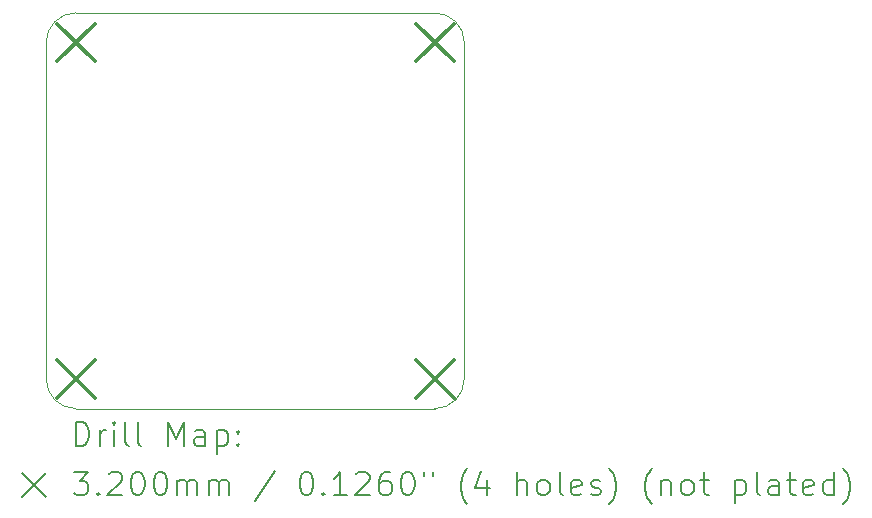
<source format=gbr>
%TF.GenerationSoftware,KiCad,Pcbnew,6.0.11+dfsg-1~bpo11+1*%
%TF.CreationDate,2023-03-04T12:32:12-08:00*%
%TF.ProjectId,sx1280_breakout,73783132-3830-45f6-9272-65616b6f7574,rev?*%
%TF.SameCoordinates,Original*%
%TF.FileFunction,Drillmap*%
%TF.FilePolarity,Positive*%
%FSLAX45Y45*%
G04 Gerber Fmt 4.5, Leading zero omitted, Abs format (unit mm)*
G04 Created by KiCad (PCBNEW 6.0.11+dfsg-1~bpo11+1) date 2023-03-04 12:32:12*
%MOMM*%
%LPD*%
G01*
G04 APERTURE LIST*
%ADD10C,0.100000*%
%ADD11C,0.200000*%
%ADD12C,0.320000*%
G04 APERTURE END LIST*
D10*
X12200000Y-12000000D02*
G75*
G03*
X12450000Y-12250000I250000J0D01*
G01*
X15490000Y-12250000D02*
G75*
G03*
X15740000Y-12000000I0J250000D01*
G01*
X15740000Y-9150000D02*
G75*
G03*
X15490000Y-8900000I-250000J0D01*
G01*
X12450000Y-8900000D02*
G75*
G03*
X12200000Y-9150000I0J-250000D01*
G01*
X15740000Y-12000000D02*
X15740000Y-9150000D01*
X12450000Y-12250000D02*
X15490000Y-12250000D01*
X12450000Y-8900000D02*
X15490000Y-8900000D01*
X12200000Y-9150000D02*
X12200000Y-12000000D01*
D11*
D12*
X12290000Y-8990000D02*
X12610000Y-9310000D01*
X12610000Y-8990000D02*
X12290000Y-9310000D01*
X12290000Y-11840000D02*
X12610000Y-12160000D01*
X12610000Y-11840000D02*
X12290000Y-12160000D01*
X15330000Y-8990000D02*
X15650000Y-9310000D01*
X15650000Y-8990000D02*
X15330000Y-9310000D01*
X15330000Y-11840000D02*
X15650000Y-12160000D01*
X15650000Y-11840000D02*
X15330000Y-12160000D01*
D11*
X12452619Y-12565476D02*
X12452619Y-12365476D01*
X12500238Y-12365476D01*
X12528809Y-12375000D01*
X12547857Y-12394048D01*
X12557381Y-12413095D01*
X12566905Y-12451190D01*
X12566905Y-12479762D01*
X12557381Y-12517857D01*
X12547857Y-12536905D01*
X12528809Y-12555952D01*
X12500238Y-12565476D01*
X12452619Y-12565476D01*
X12652619Y-12565476D02*
X12652619Y-12432143D01*
X12652619Y-12470238D02*
X12662143Y-12451190D01*
X12671667Y-12441667D01*
X12690714Y-12432143D01*
X12709762Y-12432143D01*
X12776428Y-12565476D02*
X12776428Y-12432143D01*
X12776428Y-12365476D02*
X12766905Y-12375000D01*
X12776428Y-12384524D01*
X12785952Y-12375000D01*
X12776428Y-12365476D01*
X12776428Y-12384524D01*
X12900238Y-12565476D02*
X12881190Y-12555952D01*
X12871667Y-12536905D01*
X12871667Y-12365476D01*
X13005000Y-12565476D02*
X12985952Y-12555952D01*
X12976428Y-12536905D01*
X12976428Y-12365476D01*
X13233571Y-12565476D02*
X13233571Y-12365476D01*
X13300238Y-12508333D01*
X13366905Y-12365476D01*
X13366905Y-12565476D01*
X13547857Y-12565476D02*
X13547857Y-12460714D01*
X13538333Y-12441667D01*
X13519286Y-12432143D01*
X13481190Y-12432143D01*
X13462143Y-12441667D01*
X13547857Y-12555952D02*
X13528809Y-12565476D01*
X13481190Y-12565476D01*
X13462143Y-12555952D01*
X13452619Y-12536905D01*
X13452619Y-12517857D01*
X13462143Y-12498809D01*
X13481190Y-12489286D01*
X13528809Y-12489286D01*
X13547857Y-12479762D01*
X13643095Y-12432143D02*
X13643095Y-12632143D01*
X13643095Y-12441667D02*
X13662143Y-12432143D01*
X13700238Y-12432143D01*
X13719286Y-12441667D01*
X13728809Y-12451190D01*
X13738333Y-12470238D01*
X13738333Y-12527381D01*
X13728809Y-12546428D01*
X13719286Y-12555952D01*
X13700238Y-12565476D01*
X13662143Y-12565476D01*
X13643095Y-12555952D01*
X13824048Y-12546428D02*
X13833571Y-12555952D01*
X13824048Y-12565476D01*
X13814524Y-12555952D01*
X13824048Y-12546428D01*
X13824048Y-12565476D01*
X13824048Y-12441667D02*
X13833571Y-12451190D01*
X13824048Y-12460714D01*
X13814524Y-12451190D01*
X13824048Y-12441667D01*
X13824048Y-12460714D01*
X11995000Y-12795000D02*
X12195000Y-12995000D01*
X12195000Y-12795000D02*
X11995000Y-12995000D01*
X12433571Y-12785476D02*
X12557381Y-12785476D01*
X12490714Y-12861667D01*
X12519286Y-12861667D01*
X12538333Y-12871190D01*
X12547857Y-12880714D01*
X12557381Y-12899762D01*
X12557381Y-12947381D01*
X12547857Y-12966428D01*
X12538333Y-12975952D01*
X12519286Y-12985476D01*
X12462143Y-12985476D01*
X12443095Y-12975952D01*
X12433571Y-12966428D01*
X12643095Y-12966428D02*
X12652619Y-12975952D01*
X12643095Y-12985476D01*
X12633571Y-12975952D01*
X12643095Y-12966428D01*
X12643095Y-12985476D01*
X12728809Y-12804524D02*
X12738333Y-12795000D01*
X12757381Y-12785476D01*
X12805000Y-12785476D01*
X12824048Y-12795000D01*
X12833571Y-12804524D01*
X12843095Y-12823571D01*
X12843095Y-12842619D01*
X12833571Y-12871190D01*
X12719286Y-12985476D01*
X12843095Y-12985476D01*
X12966905Y-12785476D02*
X12985952Y-12785476D01*
X13005000Y-12795000D01*
X13014524Y-12804524D01*
X13024048Y-12823571D01*
X13033571Y-12861667D01*
X13033571Y-12909286D01*
X13024048Y-12947381D01*
X13014524Y-12966428D01*
X13005000Y-12975952D01*
X12985952Y-12985476D01*
X12966905Y-12985476D01*
X12947857Y-12975952D01*
X12938333Y-12966428D01*
X12928809Y-12947381D01*
X12919286Y-12909286D01*
X12919286Y-12861667D01*
X12928809Y-12823571D01*
X12938333Y-12804524D01*
X12947857Y-12795000D01*
X12966905Y-12785476D01*
X13157381Y-12785476D02*
X13176428Y-12785476D01*
X13195476Y-12795000D01*
X13205000Y-12804524D01*
X13214524Y-12823571D01*
X13224048Y-12861667D01*
X13224048Y-12909286D01*
X13214524Y-12947381D01*
X13205000Y-12966428D01*
X13195476Y-12975952D01*
X13176428Y-12985476D01*
X13157381Y-12985476D01*
X13138333Y-12975952D01*
X13128809Y-12966428D01*
X13119286Y-12947381D01*
X13109762Y-12909286D01*
X13109762Y-12861667D01*
X13119286Y-12823571D01*
X13128809Y-12804524D01*
X13138333Y-12795000D01*
X13157381Y-12785476D01*
X13309762Y-12985476D02*
X13309762Y-12852143D01*
X13309762Y-12871190D02*
X13319286Y-12861667D01*
X13338333Y-12852143D01*
X13366905Y-12852143D01*
X13385952Y-12861667D01*
X13395476Y-12880714D01*
X13395476Y-12985476D01*
X13395476Y-12880714D02*
X13405000Y-12861667D01*
X13424048Y-12852143D01*
X13452619Y-12852143D01*
X13471667Y-12861667D01*
X13481190Y-12880714D01*
X13481190Y-12985476D01*
X13576428Y-12985476D02*
X13576428Y-12852143D01*
X13576428Y-12871190D02*
X13585952Y-12861667D01*
X13605000Y-12852143D01*
X13633571Y-12852143D01*
X13652619Y-12861667D01*
X13662143Y-12880714D01*
X13662143Y-12985476D01*
X13662143Y-12880714D02*
X13671667Y-12861667D01*
X13690714Y-12852143D01*
X13719286Y-12852143D01*
X13738333Y-12861667D01*
X13747857Y-12880714D01*
X13747857Y-12985476D01*
X14138333Y-12775952D02*
X13966905Y-13033095D01*
X14395476Y-12785476D02*
X14414524Y-12785476D01*
X14433571Y-12795000D01*
X14443095Y-12804524D01*
X14452619Y-12823571D01*
X14462143Y-12861667D01*
X14462143Y-12909286D01*
X14452619Y-12947381D01*
X14443095Y-12966428D01*
X14433571Y-12975952D01*
X14414524Y-12985476D01*
X14395476Y-12985476D01*
X14376428Y-12975952D01*
X14366905Y-12966428D01*
X14357381Y-12947381D01*
X14347857Y-12909286D01*
X14347857Y-12861667D01*
X14357381Y-12823571D01*
X14366905Y-12804524D01*
X14376428Y-12795000D01*
X14395476Y-12785476D01*
X14547857Y-12966428D02*
X14557381Y-12975952D01*
X14547857Y-12985476D01*
X14538333Y-12975952D01*
X14547857Y-12966428D01*
X14547857Y-12985476D01*
X14747857Y-12985476D02*
X14633571Y-12985476D01*
X14690714Y-12985476D02*
X14690714Y-12785476D01*
X14671667Y-12814048D01*
X14652619Y-12833095D01*
X14633571Y-12842619D01*
X14824048Y-12804524D02*
X14833571Y-12795000D01*
X14852619Y-12785476D01*
X14900238Y-12785476D01*
X14919286Y-12795000D01*
X14928809Y-12804524D01*
X14938333Y-12823571D01*
X14938333Y-12842619D01*
X14928809Y-12871190D01*
X14814524Y-12985476D01*
X14938333Y-12985476D01*
X15109762Y-12785476D02*
X15071667Y-12785476D01*
X15052619Y-12795000D01*
X15043095Y-12804524D01*
X15024048Y-12833095D01*
X15014524Y-12871190D01*
X15014524Y-12947381D01*
X15024048Y-12966428D01*
X15033571Y-12975952D01*
X15052619Y-12985476D01*
X15090714Y-12985476D01*
X15109762Y-12975952D01*
X15119286Y-12966428D01*
X15128809Y-12947381D01*
X15128809Y-12899762D01*
X15119286Y-12880714D01*
X15109762Y-12871190D01*
X15090714Y-12861667D01*
X15052619Y-12861667D01*
X15033571Y-12871190D01*
X15024048Y-12880714D01*
X15014524Y-12899762D01*
X15252619Y-12785476D02*
X15271667Y-12785476D01*
X15290714Y-12795000D01*
X15300238Y-12804524D01*
X15309762Y-12823571D01*
X15319286Y-12861667D01*
X15319286Y-12909286D01*
X15309762Y-12947381D01*
X15300238Y-12966428D01*
X15290714Y-12975952D01*
X15271667Y-12985476D01*
X15252619Y-12985476D01*
X15233571Y-12975952D01*
X15224048Y-12966428D01*
X15214524Y-12947381D01*
X15205000Y-12909286D01*
X15205000Y-12861667D01*
X15214524Y-12823571D01*
X15224048Y-12804524D01*
X15233571Y-12795000D01*
X15252619Y-12785476D01*
X15395476Y-12785476D02*
X15395476Y-12823571D01*
X15471667Y-12785476D02*
X15471667Y-12823571D01*
X15766905Y-13061667D02*
X15757381Y-13052143D01*
X15738333Y-13023571D01*
X15728809Y-13004524D01*
X15719286Y-12975952D01*
X15709762Y-12928333D01*
X15709762Y-12890238D01*
X15719286Y-12842619D01*
X15728809Y-12814048D01*
X15738333Y-12795000D01*
X15757381Y-12766428D01*
X15766905Y-12756905D01*
X15928809Y-12852143D02*
X15928809Y-12985476D01*
X15881190Y-12775952D02*
X15833571Y-12918809D01*
X15957381Y-12918809D01*
X16185952Y-12985476D02*
X16185952Y-12785476D01*
X16271667Y-12985476D02*
X16271667Y-12880714D01*
X16262143Y-12861667D01*
X16243095Y-12852143D01*
X16214524Y-12852143D01*
X16195476Y-12861667D01*
X16185952Y-12871190D01*
X16395476Y-12985476D02*
X16376428Y-12975952D01*
X16366905Y-12966428D01*
X16357381Y-12947381D01*
X16357381Y-12890238D01*
X16366905Y-12871190D01*
X16376428Y-12861667D01*
X16395476Y-12852143D01*
X16424048Y-12852143D01*
X16443095Y-12861667D01*
X16452619Y-12871190D01*
X16462143Y-12890238D01*
X16462143Y-12947381D01*
X16452619Y-12966428D01*
X16443095Y-12975952D01*
X16424048Y-12985476D01*
X16395476Y-12985476D01*
X16576428Y-12985476D02*
X16557381Y-12975952D01*
X16547857Y-12956905D01*
X16547857Y-12785476D01*
X16728809Y-12975952D02*
X16709762Y-12985476D01*
X16671667Y-12985476D01*
X16652619Y-12975952D01*
X16643095Y-12956905D01*
X16643095Y-12880714D01*
X16652619Y-12861667D01*
X16671667Y-12852143D01*
X16709762Y-12852143D01*
X16728809Y-12861667D01*
X16738333Y-12880714D01*
X16738333Y-12899762D01*
X16643095Y-12918809D01*
X16814524Y-12975952D02*
X16833571Y-12985476D01*
X16871667Y-12985476D01*
X16890714Y-12975952D01*
X16900238Y-12956905D01*
X16900238Y-12947381D01*
X16890714Y-12928333D01*
X16871667Y-12918809D01*
X16843095Y-12918809D01*
X16824048Y-12909286D01*
X16814524Y-12890238D01*
X16814524Y-12880714D01*
X16824048Y-12861667D01*
X16843095Y-12852143D01*
X16871667Y-12852143D01*
X16890714Y-12861667D01*
X16966905Y-13061667D02*
X16976429Y-13052143D01*
X16995476Y-13023571D01*
X17005000Y-13004524D01*
X17014524Y-12975952D01*
X17024048Y-12928333D01*
X17024048Y-12890238D01*
X17014524Y-12842619D01*
X17005000Y-12814048D01*
X16995476Y-12795000D01*
X16976429Y-12766428D01*
X16966905Y-12756905D01*
X17328810Y-13061667D02*
X17319286Y-13052143D01*
X17300238Y-13023571D01*
X17290714Y-13004524D01*
X17281190Y-12975952D01*
X17271667Y-12928333D01*
X17271667Y-12890238D01*
X17281190Y-12842619D01*
X17290714Y-12814048D01*
X17300238Y-12795000D01*
X17319286Y-12766428D01*
X17328810Y-12756905D01*
X17405000Y-12852143D02*
X17405000Y-12985476D01*
X17405000Y-12871190D02*
X17414524Y-12861667D01*
X17433571Y-12852143D01*
X17462143Y-12852143D01*
X17481190Y-12861667D01*
X17490714Y-12880714D01*
X17490714Y-12985476D01*
X17614524Y-12985476D02*
X17595476Y-12975952D01*
X17585952Y-12966428D01*
X17576429Y-12947381D01*
X17576429Y-12890238D01*
X17585952Y-12871190D01*
X17595476Y-12861667D01*
X17614524Y-12852143D01*
X17643095Y-12852143D01*
X17662143Y-12861667D01*
X17671667Y-12871190D01*
X17681190Y-12890238D01*
X17681190Y-12947381D01*
X17671667Y-12966428D01*
X17662143Y-12975952D01*
X17643095Y-12985476D01*
X17614524Y-12985476D01*
X17738333Y-12852143D02*
X17814524Y-12852143D01*
X17766905Y-12785476D02*
X17766905Y-12956905D01*
X17776429Y-12975952D01*
X17795476Y-12985476D01*
X17814524Y-12985476D01*
X18033571Y-12852143D02*
X18033571Y-13052143D01*
X18033571Y-12861667D02*
X18052619Y-12852143D01*
X18090714Y-12852143D01*
X18109762Y-12861667D01*
X18119286Y-12871190D01*
X18128810Y-12890238D01*
X18128810Y-12947381D01*
X18119286Y-12966428D01*
X18109762Y-12975952D01*
X18090714Y-12985476D01*
X18052619Y-12985476D01*
X18033571Y-12975952D01*
X18243095Y-12985476D02*
X18224048Y-12975952D01*
X18214524Y-12956905D01*
X18214524Y-12785476D01*
X18405000Y-12985476D02*
X18405000Y-12880714D01*
X18395476Y-12861667D01*
X18376429Y-12852143D01*
X18338333Y-12852143D01*
X18319286Y-12861667D01*
X18405000Y-12975952D02*
X18385952Y-12985476D01*
X18338333Y-12985476D01*
X18319286Y-12975952D01*
X18309762Y-12956905D01*
X18309762Y-12937857D01*
X18319286Y-12918809D01*
X18338333Y-12909286D01*
X18385952Y-12909286D01*
X18405000Y-12899762D01*
X18471667Y-12852143D02*
X18547857Y-12852143D01*
X18500238Y-12785476D02*
X18500238Y-12956905D01*
X18509762Y-12975952D01*
X18528810Y-12985476D01*
X18547857Y-12985476D01*
X18690714Y-12975952D02*
X18671667Y-12985476D01*
X18633571Y-12985476D01*
X18614524Y-12975952D01*
X18605000Y-12956905D01*
X18605000Y-12880714D01*
X18614524Y-12861667D01*
X18633571Y-12852143D01*
X18671667Y-12852143D01*
X18690714Y-12861667D01*
X18700238Y-12880714D01*
X18700238Y-12899762D01*
X18605000Y-12918809D01*
X18871667Y-12985476D02*
X18871667Y-12785476D01*
X18871667Y-12975952D02*
X18852619Y-12985476D01*
X18814524Y-12985476D01*
X18795476Y-12975952D01*
X18785952Y-12966428D01*
X18776429Y-12947381D01*
X18776429Y-12890238D01*
X18785952Y-12871190D01*
X18795476Y-12861667D01*
X18814524Y-12852143D01*
X18852619Y-12852143D01*
X18871667Y-12861667D01*
X18947857Y-13061667D02*
X18957381Y-13052143D01*
X18976429Y-13023571D01*
X18985952Y-13004524D01*
X18995476Y-12975952D01*
X19005000Y-12928333D01*
X19005000Y-12890238D01*
X18995476Y-12842619D01*
X18985952Y-12814048D01*
X18976429Y-12795000D01*
X18957381Y-12766428D01*
X18947857Y-12756905D01*
M02*

</source>
